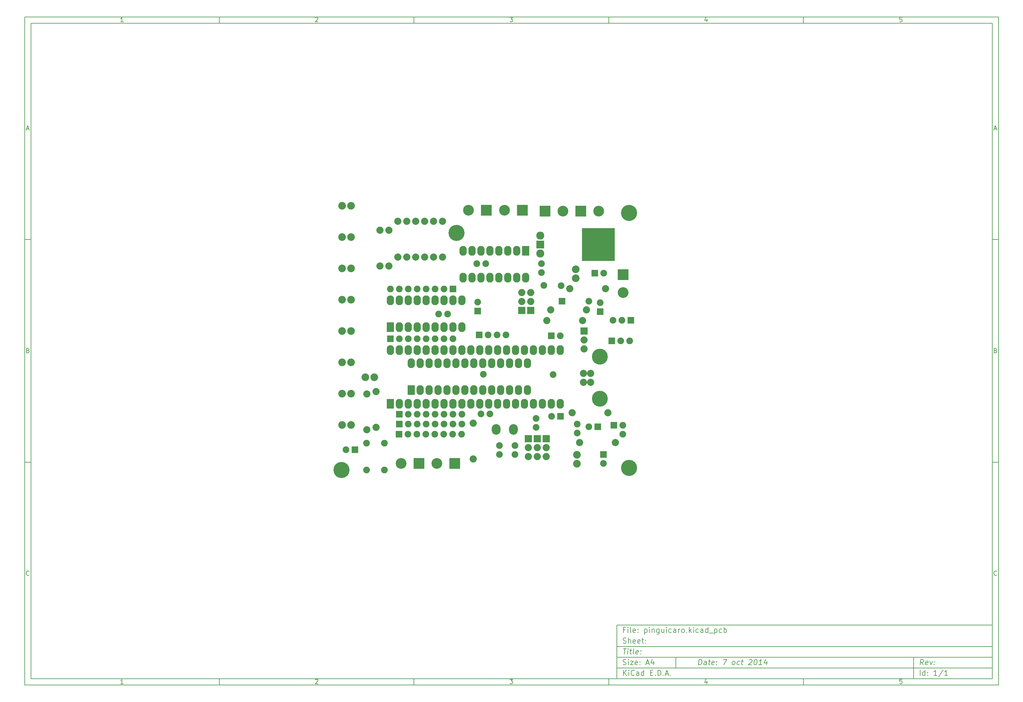
<source format=gts>
G04 (created by PCBNEW (2013-june-11)-stable) date mar 07 oct 2014 09:39:09 ART*
%MOIN*%
G04 Gerber Fmt 3.4, Leading zero omitted, Abs format*
%FSLAX34Y34*%
G01*
G70*
G90*
G04 APERTURE LIST*
%ADD10C,0.00590551*%
%ADD11C,0.08*%
%ADD12C,0.1775*%
%ADD13C,0.075*%
%ADD14R,0.075X0.075*%
%ADD15R,0.08X0.08*%
%ADD16R,0.37X0.37*%
%ADD17C,0.09*%
%ADD18R,0.09X0.09*%
%ADD19C,0.086*%
%ADD20R,0.082X0.11*%
%ADD21O,0.082X0.11*%
%ADD22O,0.0987X0.1184*%
%ADD23R,0.12X0.12*%
%ADD24C,0.12*%
%ADD25C,0.18*%
%ADD26C,0.0751*%
G04 APERTURE END LIST*
G54D10*
X4000Y-4000D02*
X112930Y-4000D01*
X112930Y-78680D01*
X4000Y-78680D01*
X4000Y-4000D01*
X4700Y-4700D02*
X112230Y-4700D01*
X112230Y-77980D01*
X4700Y-77980D01*
X4700Y-4700D01*
X25780Y-4000D02*
X25780Y-4700D01*
X15032Y-4552D02*
X14747Y-4552D01*
X14890Y-4552D02*
X14890Y-4052D01*
X14842Y-4123D01*
X14794Y-4171D01*
X14747Y-4195D01*
X25780Y-78680D02*
X25780Y-77980D01*
X15032Y-78532D02*
X14747Y-78532D01*
X14890Y-78532D02*
X14890Y-78032D01*
X14842Y-78103D01*
X14794Y-78151D01*
X14747Y-78175D01*
X47560Y-4000D02*
X47560Y-4700D01*
X36527Y-4100D02*
X36550Y-4076D01*
X36598Y-4052D01*
X36717Y-4052D01*
X36765Y-4076D01*
X36789Y-4100D01*
X36812Y-4147D01*
X36812Y-4195D01*
X36789Y-4266D01*
X36503Y-4552D01*
X36812Y-4552D01*
X47560Y-78680D02*
X47560Y-77980D01*
X36527Y-78080D02*
X36550Y-78056D01*
X36598Y-78032D01*
X36717Y-78032D01*
X36765Y-78056D01*
X36789Y-78080D01*
X36812Y-78127D01*
X36812Y-78175D01*
X36789Y-78246D01*
X36503Y-78532D01*
X36812Y-78532D01*
X69340Y-4000D02*
X69340Y-4700D01*
X58283Y-4052D02*
X58592Y-4052D01*
X58426Y-4242D01*
X58497Y-4242D01*
X58545Y-4266D01*
X58569Y-4290D01*
X58592Y-4338D01*
X58592Y-4457D01*
X58569Y-4504D01*
X58545Y-4528D01*
X58497Y-4552D01*
X58354Y-4552D01*
X58307Y-4528D01*
X58283Y-4504D01*
X69340Y-78680D02*
X69340Y-77980D01*
X58283Y-78032D02*
X58592Y-78032D01*
X58426Y-78222D01*
X58497Y-78222D01*
X58545Y-78246D01*
X58569Y-78270D01*
X58592Y-78318D01*
X58592Y-78437D01*
X58569Y-78484D01*
X58545Y-78508D01*
X58497Y-78532D01*
X58354Y-78532D01*
X58307Y-78508D01*
X58283Y-78484D01*
X91120Y-4000D02*
X91120Y-4700D01*
X80325Y-4219D02*
X80325Y-4552D01*
X80206Y-4028D02*
X80087Y-4385D01*
X80396Y-4385D01*
X91120Y-78680D02*
X91120Y-77980D01*
X80325Y-78199D02*
X80325Y-78532D01*
X80206Y-78008D02*
X80087Y-78365D01*
X80396Y-78365D01*
X102129Y-4052D02*
X101890Y-4052D01*
X101867Y-4290D01*
X101890Y-4266D01*
X101938Y-4242D01*
X102057Y-4242D01*
X102105Y-4266D01*
X102129Y-4290D01*
X102152Y-4338D01*
X102152Y-4457D01*
X102129Y-4504D01*
X102105Y-4528D01*
X102057Y-4552D01*
X101938Y-4552D01*
X101890Y-4528D01*
X101867Y-4504D01*
X102129Y-78032D02*
X101890Y-78032D01*
X101867Y-78270D01*
X101890Y-78246D01*
X101938Y-78222D01*
X102057Y-78222D01*
X102105Y-78246D01*
X102129Y-78270D01*
X102152Y-78318D01*
X102152Y-78437D01*
X102129Y-78484D01*
X102105Y-78508D01*
X102057Y-78532D01*
X101938Y-78532D01*
X101890Y-78508D01*
X101867Y-78484D01*
X4000Y-28890D02*
X4700Y-28890D01*
X4230Y-16509D02*
X4469Y-16509D01*
X4183Y-16652D02*
X4350Y-16152D01*
X4516Y-16652D01*
X112930Y-28890D02*
X112230Y-28890D01*
X112460Y-16509D02*
X112699Y-16509D01*
X112413Y-16652D02*
X112580Y-16152D01*
X112746Y-16652D01*
X4000Y-53780D02*
X4700Y-53780D01*
X4385Y-41280D02*
X4457Y-41304D01*
X4480Y-41328D01*
X4504Y-41375D01*
X4504Y-41447D01*
X4480Y-41494D01*
X4457Y-41518D01*
X4409Y-41542D01*
X4219Y-41542D01*
X4219Y-41042D01*
X4385Y-41042D01*
X4433Y-41066D01*
X4457Y-41090D01*
X4480Y-41137D01*
X4480Y-41185D01*
X4457Y-41232D01*
X4433Y-41256D01*
X4385Y-41280D01*
X4219Y-41280D01*
X112930Y-53780D02*
X112230Y-53780D01*
X112615Y-41280D02*
X112687Y-41304D01*
X112710Y-41328D01*
X112734Y-41375D01*
X112734Y-41447D01*
X112710Y-41494D01*
X112687Y-41518D01*
X112639Y-41542D01*
X112449Y-41542D01*
X112449Y-41042D01*
X112615Y-41042D01*
X112663Y-41066D01*
X112687Y-41090D01*
X112710Y-41137D01*
X112710Y-41185D01*
X112687Y-41232D01*
X112663Y-41256D01*
X112615Y-41280D01*
X112449Y-41280D01*
X4504Y-66384D02*
X4480Y-66408D01*
X4409Y-66432D01*
X4361Y-66432D01*
X4290Y-66408D01*
X4242Y-66360D01*
X4219Y-66313D01*
X4195Y-66218D01*
X4195Y-66146D01*
X4219Y-66051D01*
X4242Y-66003D01*
X4290Y-65956D01*
X4361Y-65932D01*
X4409Y-65932D01*
X4480Y-65956D01*
X4504Y-65980D01*
X112734Y-66384D02*
X112710Y-66408D01*
X112639Y-66432D01*
X112591Y-66432D01*
X112520Y-66408D01*
X112472Y-66360D01*
X112449Y-66313D01*
X112425Y-66218D01*
X112425Y-66146D01*
X112449Y-66051D01*
X112472Y-66003D01*
X112520Y-65956D01*
X112591Y-65932D01*
X112639Y-65932D01*
X112710Y-65956D01*
X112734Y-65980D01*
X79380Y-76422D02*
X79455Y-75822D01*
X79597Y-75822D01*
X79680Y-75851D01*
X79730Y-75908D01*
X79751Y-75965D01*
X79765Y-76080D01*
X79755Y-76165D01*
X79712Y-76280D01*
X79676Y-76337D01*
X79612Y-76394D01*
X79522Y-76422D01*
X79380Y-76422D01*
X80237Y-76422D02*
X80276Y-76108D01*
X80255Y-76051D01*
X80201Y-76022D01*
X80087Y-76022D01*
X80026Y-76051D01*
X80240Y-76394D02*
X80180Y-76422D01*
X80037Y-76422D01*
X79983Y-76394D01*
X79962Y-76337D01*
X79969Y-76280D01*
X80005Y-76222D01*
X80065Y-76194D01*
X80208Y-76194D01*
X80269Y-76165D01*
X80487Y-76022D02*
X80715Y-76022D01*
X80597Y-75822D02*
X80533Y-76337D01*
X80555Y-76394D01*
X80608Y-76422D01*
X80665Y-76422D01*
X81097Y-76394D02*
X81037Y-76422D01*
X80922Y-76422D01*
X80869Y-76394D01*
X80847Y-76337D01*
X80876Y-76108D01*
X80912Y-76051D01*
X80972Y-76022D01*
X81087Y-76022D01*
X81140Y-76051D01*
X81162Y-76108D01*
X81155Y-76165D01*
X80862Y-76222D01*
X81387Y-76365D02*
X81412Y-76394D01*
X81380Y-76422D01*
X81355Y-76394D01*
X81387Y-76365D01*
X81380Y-76422D01*
X81426Y-76051D02*
X81451Y-76080D01*
X81419Y-76108D01*
X81394Y-76080D01*
X81426Y-76051D01*
X81419Y-76108D01*
X82140Y-75822D02*
X82540Y-75822D01*
X82208Y-76422D01*
X83237Y-76422D02*
X83183Y-76394D01*
X83158Y-76365D01*
X83137Y-76308D01*
X83158Y-76137D01*
X83194Y-76080D01*
X83226Y-76051D01*
X83287Y-76022D01*
X83372Y-76022D01*
X83426Y-76051D01*
X83451Y-76080D01*
X83472Y-76137D01*
X83451Y-76308D01*
X83415Y-76365D01*
X83383Y-76394D01*
X83322Y-76422D01*
X83237Y-76422D01*
X83955Y-76394D02*
X83894Y-76422D01*
X83780Y-76422D01*
X83726Y-76394D01*
X83701Y-76365D01*
X83680Y-76308D01*
X83701Y-76137D01*
X83737Y-76080D01*
X83769Y-76051D01*
X83830Y-76022D01*
X83944Y-76022D01*
X83997Y-76051D01*
X84172Y-76022D02*
X84401Y-76022D01*
X84283Y-75822D02*
X84219Y-76337D01*
X84240Y-76394D01*
X84294Y-76422D01*
X84351Y-76422D01*
X85047Y-75880D02*
X85080Y-75851D01*
X85140Y-75822D01*
X85283Y-75822D01*
X85337Y-75851D01*
X85362Y-75880D01*
X85383Y-75937D01*
X85376Y-75994D01*
X85337Y-76080D01*
X84951Y-76422D01*
X85322Y-76422D01*
X85769Y-75822D02*
X85826Y-75822D01*
X85880Y-75851D01*
X85905Y-75880D01*
X85926Y-75937D01*
X85940Y-76051D01*
X85922Y-76194D01*
X85880Y-76308D01*
X85844Y-76365D01*
X85812Y-76394D01*
X85751Y-76422D01*
X85694Y-76422D01*
X85640Y-76394D01*
X85615Y-76365D01*
X85594Y-76308D01*
X85580Y-76194D01*
X85597Y-76051D01*
X85640Y-75937D01*
X85676Y-75880D01*
X85708Y-75851D01*
X85769Y-75822D01*
X86465Y-76422D02*
X86122Y-76422D01*
X86294Y-76422D02*
X86369Y-75822D01*
X86301Y-75908D01*
X86237Y-75965D01*
X86176Y-75994D01*
X87030Y-76022D02*
X86980Y-76422D01*
X86915Y-75794D02*
X86719Y-76222D01*
X87090Y-76222D01*
X70972Y-77622D02*
X70972Y-77022D01*
X71315Y-77622D02*
X71058Y-77280D01*
X71315Y-77022D02*
X70972Y-77365D01*
X71572Y-77622D02*
X71572Y-77222D01*
X71572Y-77022D02*
X71544Y-77051D01*
X71572Y-77080D01*
X71601Y-77051D01*
X71572Y-77022D01*
X71572Y-77080D01*
X72201Y-77565D02*
X72172Y-77594D01*
X72087Y-77622D01*
X72030Y-77622D01*
X71944Y-77594D01*
X71887Y-77537D01*
X71858Y-77480D01*
X71830Y-77365D01*
X71830Y-77280D01*
X71858Y-77165D01*
X71887Y-77108D01*
X71944Y-77051D01*
X72030Y-77022D01*
X72087Y-77022D01*
X72172Y-77051D01*
X72201Y-77080D01*
X72715Y-77622D02*
X72715Y-77308D01*
X72687Y-77251D01*
X72630Y-77222D01*
X72515Y-77222D01*
X72458Y-77251D01*
X72715Y-77594D02*
X72658Y-77622D01*
X72515Y-77622D01*
X72458Y-77594D01*
X72430Y-77537D01*
X72430Y-77480D01*
X72458Y-77422D01*
X72515Y-77394D01*
X72658Y-77394D01*
X72715Y-77365D01*
X73258Y-77622D02*
X73258Y-77022D01*
X73258Y-77594D02*
X73201Y-77622D01*
X73087Y-77622D01*
X73030Y-77594D01*
X73001Y-77565D01*
X72972Y-77508D01*
X72972Y-77337D01*
X73001Y-77280D01*
X73030Y-77251D01*
X73087Y-77222D01*
X73201Y-77222D01*
X73258Y-77251D01*
X74001Y-77308D02*
X74201Y-77308D01*
X74287Y-77622D02*
X74001Y-77622D01*
X74001Y-77022D01*
X74287Y-77022D01*
X74544Y-77565D02*
X74572Y-77594D01*
X74544Y-77622D01*
X74515Y-77594D01*
X74544Y-77565D01*
X74544Y-77622D01*
X74829Y-77622D02*
X74829Y-77022D01*
X74972Y-77022D01*
X75058Y-77051D01*
X75115Y-77108D01*
X75144Y-77165D01*
X75172Y-77280D01*
X75172Y-77365D01*
X75144Y-77480D01*
X75115Y-77537D01*
X75058Y-77594D01*
X74972Y-77622D01*
X74829Y-77622D01*
X75429Y-77565D02*
X75458Y-77594D01*
X75429Y-77622D01*
X75401Y-77594D01*
X75429Y-77565D01*
X75429Y-77622D01*
X75687Y-77451D02*
X75972Y-77451D01*
X75629Y-77622D02*
X75829Y-77022D01*
X76029Y-77622D01*
X76229Y-77565D02*
X76258Y-77594D01*
X76229Y-77622D01*
X76201Y-77594D01*
X76229Y-77565D01*
X76229Y-77622D01*
X104522Y-76422D02*
X104358Y-76137D01*
X104180Y-76422D02*
X104255Y-75822D01*
X104483Y-75822D01*
X104537Y-75851D01*
X104562Y-75880D01*
X104583Y-75937D01*
X104572Y-76022D01*
X104537Y-76080D01*
X104505Y-76108D01*
X104444Y-76137D01*
X104215Y-76137D01*
X105012Y-76394D02*
X104951Y-76422D01*
X104837Y-76422D01*
X104783Y-76394D01*
X104762Y-76337D01*
X104790Y-76108D01*
X104826Y-76051D01*
X104887Y-76022D01*
X105001Y-76022D01*
X105055Y-76051D01*
X105076Y-76108D01*
X105069Y-76165D01*
X104776Y-76222D01*
X105287Y-76022D02*
X105380Y-76422D01*
X105572Y-76022D01*
X105758Y-76365D02*
X105783Y-76394D01*
X105751Y-76422D01*
X105726Y-76394D01*
X105758Y-76365D01*
X105751Y-76422D01*
X105797Y-76051D02*
X105822Y-76080D01*
X105790Y-76108D01*
X105765Y-76080D01*
X105797Y-76051D01*
X105790Y-76108D01*
X70944Y-76394D02*
X71030Y-76422D01*
X71172Y-76422D01*
X71230Y-76394D01*
X71258Y-76365D01*
X71287Y-76308D01*
X71287Y-76251D01*
X71258Y-76194D01*
X71230Y-76165D01*
X71172Y-76137D01*
X71058Y-76108D01*
X71001Y-76080D01*
X70972Y-76051D01*
X70944Y-75994D01*
X70944Y-75937D01*
X70972Y-75880D01*
X71001Y-75851D01*
X71058Y-75822D01*
X71201Y-75822D01*
X71287Y-75851D01*
X71544Y-76422D02*
X71544Y-76022D01*
X71544Y-75822D02*
X71515Y-75851D01*
X71544Y-75880D01*
X71572Y-75851D01*
X71544Y-75822D01*
X71544Y-75880D01*
X71772Y-76022D02*
X72087Y-76022D01*
X71772Y-76422D01*
X72087Y-76422D01*
X72544Y-76394D02*
X72487Y-76422D01*
X72372Y-76422D01*
X72315Y-76394D01*
X72287Y-76337D01*
X72287Y-76108D01*
X72315Y-76051D01*
X72372Y-76022D01*
X72487Y-76022D01*
X72544Y-76051D01*
X72572Y-76108D01*
X72572Y-76165D01*
X72287Y-76222D01*
X72830Y-76365D02*
X72858Y-76394D01*
X72830Y-76422D01*
X72801Y-76394D01*
X72830Y-76365D01*
X72830Y-76422D01*
X72830Y-76051D02*
X72858Y-76080D01*
X72830Y-76108D01*
X72801Y-76080D01*
X72830Y-76051D01*
X72830Y-76108D01*
X73544Y-76251D02*
X73830Y-76251D01*
X73487Y-76422D02*
X73687Y-75822D01*
X73887Y-76422D01*
X74344Y-76022D02*
X74344Y-76422D01*
X74201Y-75794D02*
X74058Y-76222D01*
X74430Y-76222D01*
X104172Y-77622D02*
X104172Y-77022D01*
X104715Y-77622D02*
X104715Y-77022D01*
X104715Y-77594D02*
X104658Y-77622D01*
X104544Y-77622D01*
X104487Y-77594D01*
X104458Y-77565D01*
X104430Y-77508D01*
X104430Y-77337D01*
X104458Y-77280D01*
X104487Y-77251D01*
X104544Y-77222D01*
X104658Y-77222D01*
X104715Y-77251D01*
X105001Y-77565D02*
X105030Y-77594D01*
X105001Y-77622D01*
X104972Y-77594D01*
X105001Y-77565D01*
X105001Y-77622D01*
X105001Y-77251D02*
X105030Y-77280D01*
X105001Y-77308D01*
X104972Y-77280D01*
X105001Y-77251D01*
X105001Y-77308D01*
X106058Y-77622D02*
X105715Y-77622D01*
X105887Y-77622D02*
X105887Y-77022D01*
X105829Y-77108D01*
X105772Y-77165D01*
X105715Y-77194D01*
X106744Y-76994D02*
X106230Y-77765D01*
X107258Y-77622D02*
X106915Y-77622D01*
X107087Y-77622D02*
X107087Y-77022D01*
X107029Y-77108D01*
X106972Y-77165D01*
X106915Y-77194D01*
X70969Y-74622D02*
X71312Y-74622D01*
X71065Y-75222D02*
X71140Y-74622D01*
X71437Y-75222D02*
X71487Y-74822D01*
X71512Y-74622D02*
X71480Y-74651D01*
X71505Y-74680D01*
X71537Y-74651D01*
X71512Y-74622D01*
X71505Y-74680D01*
X71687Y-74822D02*
X71915Y-74822D01*
X71797Y-74622D02*
X71733Y-75137D01*
X71755Y-75194D01*
X71808Y-75222D01*
X71865Y-75222D01*
X72151Y-75222D02*
X72097Y-75194D01*
X72076Y-75137D01*
X72140Y-74622D01*
X72612Y-75194D02*
X72551Y-75222D01*
X72437Y-75222D01*
X72383Y-75194D01*
X72362Y-75137D01*
X72390Y-74908D01*
X72426Y-74851D01*
X72487Y-74822D01*
X72601Y-74822D01*
X72655Y-74851D01*
X72676Y-74908D01*
X72669Y-74965D01*
X72376Y-75022D01*
X72901Y-75165D02*
X72926Y-75194D01*
X72894Y-75222D01*
X72869Y-75194D01*
X72901Y-75165D01*
X72894Y-75222D01*
X72940Y-74851D02*
X72965Y-74880D01*
X72933Y-74908D01*
X72908Y-74880D01*
X72940Y-74851D01*
X72933Y-74908D01*
X71172Y-72508D02*
X70972Y-72508D01*
X70972Y-72822D02*
X70972Y-72222D01*
X71258Y-72222D01*
X71487Y-72822D02*
X71487Y-72422D01*
X71487Y-72222D02*
X71458Y-72251D01*
X71487Y-72280D01*
X71515Y-72251D01*
X71487Y-72222D01*
X71487Y-72280D01*
X71858Y-72822D02*
X71801Y-72794D01*
X71772Y-72737D01*
X71772Y-72222D01*
X72315Y-72794D02*
X72258Y-72822D01*
X72144Y-72822D01*
X72087Y-72794D01*
X72058Y-72737D01*
X72058Y-72508D01*
X72087Y-72451D01*
X72144Y-72422D01*
X72258Y-72422D01*
X72315Y-72451D01*
X72344Y-72508D01*
X72344Y-72565D01*
X72058Y-72622D01*
X72601Y-72765D02*
X72630Y-72794D01*
X72601Y-72822D01*
X72572Y-72794D01*
X72601Y-72765D01*
X72601Y-72822D01*
X72601Y-72451D02*
X72630Y-72480D01*
X72601Y-72508D01*
X72572Y-72480D01*
X72601Y-72451D01*
X72601Y-72508D01*
X73344Y-72422D02*
X73344Y-73022D01*
X73344Y-72451D02*
X73401Y-72422D01*
X73515Y-72422D01*
X73572Y-72451D01*
X73601Y-72480D01*
X73630Y-72537D01*
X73630Y-72708D01*
X73601Y-72765D01*
X73572Y-72794D01*
X73515Y-72822D01*
X73401Y-72822D01*
X73344Y-72794D01*
X73887Y-72822D02*
X73887Y-72422D01*
X73887Y-72222D02*
X73858Y-72251D01*
X73887Y-72280D01*
X73915Y-72251D01*
X73887Y-72222D01*
X73887Y-72280D01*
X74172Y-72422D02*
X74172Y-72822D01*
X74172Y-72480D02*
X74201Y-72451D01*
X74258Y-72422D01*
X74344Y-72422D01*
X74401Y-72451D01*
X74430Y-72508D01*
X74430Y-72822D01*
X74972Y-72422D02*
X74972Y-72908D01*
X74944Y-72965D01*
X74915Y-72994D01*
X74858Y-73022D01*
X74772Y-73022D01*
X74715Y-72994D01*
X74972Y-72794D02*
X74915Y-72822D01*
X74801Y-72822D01*
X74744Y-72794D01*
X74715Y-72765D01*
X74687Y-72708D01*
X74687Y-72537D01*
X74715Y-72480D01*
X74744Y-72451D01*
X74801Y-72422D01*
X74915Y-72422D01*
X74972Y-72451D01*
X75515Y-72422D02*
X75515Y-72822D01*
X75258Y-72422D02*
X75258Y-72737D01*
X75287Y-72794D01*
X75344Y-72822D01*
X75430Y-72822D01*
X75487Y-72794D01*
X75515Y-72765D01*
X75801Y-72822D02*
X75801Y-72422D01*
X75801Y-72222D02*
X75772Y-72251D01*
X75801Y-72280D01*
X75830Y-72251D01*
X75801Y-72222D01*
X75801Y-72280D01*
X76344Y-72794D02*
X76287Y-72822D01*
X76172Y-72822D01*
X76115Y-72794D01*
X76087Y-72765D01*
X76058Y-72708D01*
X76058Y-72537D01*
X76087Y-72480D01*
X76115Y-72451D01*
X76172Y-72422D01*
X76287Y-72422D01*
X76344Y-72451D01*
X76858Y-72822D02*
X76858Y-72508D01*
X76830Y-72451D01*
X76772Y-72422D01*
X76658Y-72422D01*
X76601Y-72451D01*
X76858Y-72794D02*
X76801Y-72822D01*
X76658Y-72822D01*
X76601Y-72794D01*
X76572Y-72737D01*
X76572Y-72680D01*
X76601Y-72622D01*
X76658Y-72594D01*
X76801Y-72594D01*
X76858Y-72565D01*
X77144Y-72822D02*
X77144Y-72422D01*
X77144Y-72537D02*
X77172Y-72480D01*
X77201Y-72451D01*
X77258Y-72422D01*
X77315Y-72422D01*
X77601Y-72822D02*
X77544Y-72794D01*
X77515Y-72765D01*
X77487Y-72708D01*
X77487Y-72537D01*
X77515Y-72480D01*
X77544Y-72451D01*
X77601Y-72422D01*
X77687Y-72422D01*
X77744Y-72451D01*
X77772Y-72480D01*
X77801Y-72537D01*
X77801Y-72708D01*
X77772Y-72765D01*
X77744Y-72794D01*
X77687Y-72822D01*
X77601Y-72822D01*
X78058Y-72765D02*
X78087Y-72794D01*
X78058Y-72822D01*
X78030Y-72794D01*
X78058Y-72765D01*
X78058Y-72822D01*
X78344Y-72822D02*
X78344Y-72222D01*
X78401Y-72594D02*
X78572Y-72822D01*
X78572Y-72422D02*
X78344Y-72651D01*
X78829Y-72822D02*
X78829Y-72422D01*
X78829Y-72222D02*
X78801Y-72251D01*
X78829Y-72280D01*
X78858Y-72251D01*
X78829Y-72222D01*
X78829Y-72280D01*
X79372Y-72794D02*
X79315Y-72822D01*
X79201Y-72822D01*
X79144Y-72794D01*
X79115Y-72765D01*
X79087Y-72708D01*
X79087Y-72537D01*
X79115Y-72480D01*
X79144Y-72451D01*
X79201Y-72422D01*
X79315Y-72422D01*
X79372Y-72451D01*
X79887Y-72822D02*
X79887Y-72508D01*
X79858Y-72451D01*
X79801Y-72422D01*
X79687Y-72422D01*
X79629Y-72451D01*
X79887Y-72794D02*
X79829Y-72822D01*
X79687Y-72822D01*
X79629Y-72794D01*
X79601Y-72737D01*
X79601Y-72680D01*
X79629Y-72622D01*
X79687Y-72594D01*
X79829Y-72594D01*
X79887Y-72565D01*
X80429Y-72822D02*
X80429Y-72222D01*
X80429Y-72794D02*
X80372Y-72822D01*
X80258Y-72822D01*
X80201Y-72794D01*
X80172Y-72765D01*
X80144Y-72708D01*
X80144Y-72537D01*
X80172Y-72480D01*
X80201Y-72451D01*
X80258Y-72422D01*
X80372Y-72422D01*
X80429Y-72451D01*
X80572Y-72880D02*
X81029Y-72880D01*
X81172Y-72422D02*
X81172Y-73022D01*
X81172Y-72451D02*
X81229Y-72422D01*
X81344Y-72422D01*
X81401Y-72451D01*
X81429Y-72480D01*
X81458Y-72537D01*
X81458Y-72708D01*
X81429Y-72765D01*
X81401Y-72794D01*
X81344Y-72822D01*
X81229Y-72822D01*
X81172Y-72794D01*
X81972Y-72794D02*
X81915Y-72822D01*
X81801Y-72822D01*
X81744Y-72794D01*
X81715Y-72765D01*
X81687Y-72708D01*
X81687Y-72537D01*
X81715Y-72480D01*
X81744Y-72451D01*
X81801Y-72422D01*
X81915Y-72422D01*
X81972Y-72451D01*
X82229Y-72822D02*
X82229Y-72222D01*
X82229Y-72451D02*
X82287Y-72422D01*
X82401Y-72422D01*
X82458Y-72451D01*
X82487Y-72480D01*
X82515Y-72537D01*
X82515Y-72708D01*
X82487Y-72765D01*
X82458Y-72794D01*
X82401Y-72822D01*
X82287Y-72822D01*
X82229Y-72794D01*
X70944Y-73994D02*
X71030Y-74022D01*
X71172Y-74022D01*
X71230Y-73994D01*
X71258Y-73965D01*
X71287Y-73908D01*
X71287Y-73851D01*
X71258Y-73794D01*
X71230Y-73765D01*
X71172Y-73737D01*
X71058Y-73708D01*
X71001Y-73680D01*
X70972Y-73651D01*
X70944Y-73594D01*
X70944Y-73537D01*
X70972Y-73480D01*
X71001Y-73451D01*
X71058Y-73422D01*
X71201Y-73422D01*
X71287Y-73451D01*
X71544Y-74022D02*
X71544Y-73422D01*
X71801Y-74022D02*
X71801Y-73708D01*
X71772Y-73651D01*
X71715Y-73622D01*
X71630Y-73622D01*
X71572Y-73651D01*
X71544Y-73680D01*
X72315Y-73994D02*
X72258Y-74022D01*
X72144Y-74022D01*
X72087Y-73994D01*
X72058Y-73937D01*
X72058Y-73708D01*
X72087Y-73651D01*
X72144Y-73622D01*
X72258Y-73622D01*
X72315Y-73651D01*
X72344Y-73708D01*
X72344Y-73765D01*
X72058Y-73822D01*
X72830Y-73994D02*
X72772Y-74022D01*
X72658Y-74022D01*
X72601Y-73994D01*
X72572Y-73937D01*
X72572Y-73708D01*
X72601Y-73651D01*
X72658Y-73622D01*
X72772Y-73622D01*
X72830Y-73651D01*
X72858Y-73708D01*
X72858Y-73765D01*
X72572Y-73822D01*
X73030Y-73622D02*
X73258Y-73622D01*
X73115Y-73422D02*
X73115Y-73937D01*
X73144Y-73994D01*
X73201Y-74022D01*
X73258Y-74022D01*
X73458Y-73965D02*
X73487Y-73994D01*
X73458Y-74022D01*
X73430Y-73994D01*
X73458Y-73965D01*
X73458Y-74022D01*
X73458Y-73651D02*
X73487Y-73680D01*
X73458Y-73708D01*
X73430Y-73680D01*
X73458Y-73651D01*
X73458Y-73708D01*
X70230Y-71980D02*
X70230Y-77980D01*
X70230Y-71980D02*
X112230Y-71980D01*
X70230Y-71980D02*
X112230Y-71980D01*
X70230Y-74380D02*
X112230Y-74380D01*
X103430Y-75580D02*
X103430Y-77980D01*
X70230Y-76780D02*
X112230Y-76780D01*
X70230Y-75580D02*
X112230Y-75580D01*
X76830Y-75580D02*
X76830Y-76780D01*
G54D11*
X66510Y-43830D03*
X66510Y-44830D03*
X67297Y-44830D03*
X67297Y-43830D03*
G54D12*
X68360Y-41968D03*
X68360Y-46692D03*
G54D13*
X42250Y-51640D03*
X44250Y-51640D03*
X42250Y-54640D03*
X44250Y-54640D03*
G54D14*
X51900Y-34400D03*
G54D13*
X50900Y-34400D03*
X49900Y-34400D03*
X48900Y-34400D03*
X47900Y-34400D03*
X46900Y-34400D03*
X45900Y-34400D03*
X44900Y-34400D03*
G54D14*
X45900Y-49520D03*
G54D13*
X46900Y-49520D03*
X47900Y-49520D03*
X48900Y-49520D03*
X49900Y-49520D03*
X50900Y-49520D03*
X51900Y-49520D03*
X52900Y-49520D03*
G54D14*
X45870Y-50636D03*
G54D13*
X46870Y-50636D03*
X47870Y-50636D03*
X48870Y-50636D03*
X49870Y-50636D03*
X50870Y-50636D03*
X51870Y-50636D03*
X52870Y-50636D03*
G54D14*
X45900Y-48400D03*
G54D13*
X46900Y-48400D03*
X47900Y-48400D03*
X48900Y-48400D03*
X49900Y-48400D03*
X50900Y-48400D03*
X51900Y-48400D03*
X52900Y-48400D03*
G54D14*
X44906Y-39984D03*
G54D13*
X45906Y-39984D03*
X46906Y-39984D03*
X47906Y-39984D03*
X48906Y-39984D03*
X49906Y-39984D03*
X50906Y-39984D03*
X51906Y-39984D03*
G54D11*
X54195Y-53415D03*
X54195Y-49415D03*
X62400Y-37930D03*
X66400Y-37930D03*
X62850Y-36745D03*
X66850Y-36745D03*
X65260Y-48240D03*
X69260Y-48240D03*
X42290Y-50158D03*
X42290Y-46158D03*
X43750Y-31850D03*
X43750Y-27850D03*
X44750Y-31850D03*
X44750Y-27850D03*
X45750Y-30850D03*
X45750Y-26850D03*
X46750Y-30850D03*
X46750Y-26850D03*
X47750Y-30850D03*
X47750Y-26850D03*
X48750Y-30850D03*
X48750Y-26850D03*
X49750Y-30850D03*
X49750Y-26850D03*
X50750Y-30850D03*
X50750Y-26850D03*
X64980Y-34380D03*
X68980Y-34380D03*
X43324Y-49894D03*
X43324Y-45894D03*
G54D15*
X60600Y-36800D03*
G54D11*
X60600Y-35800D03*
X60600Y-34800D03*
G54D15*
X59600Y-36800D03*
G54D11*
X59600Y-35800D03*
X59600Y-34800D03*
G54D15*
X62350Y-51150D03*
G54D11*
X62350Y-52150D03*
X62350Y-53150D03*
G54D15*
X61350Y-51150D03*
G54D11*
X61350Y-52150D03*
X61350Y-53150D03*
G54D15*
X60350Y-51150D03*
G54D11*
X60350Y-52150D03*
X60350Y-53150D03*
G54D15*
X66578Y-39128D03*
G54D11*
X66578Y-40128D03*
X66578Y-41128D03*
G54D16*
X68195Y-29460D03*
G54D17*
X61695Y-28460D03*
G54D18*
X61695Y-29460D03*
G54D17*
X61695Y-30460D03*
G54D19*
X42100Y-44270D03*
X43100Y-44270D03*
X39500Y-46100D03*
X40500Y-46100D03*
X39500Y-42600D03*
X40500Y-42600D03*
X39500Y-39100D03*
X40500Y-39100D03*
X39500Y-35600D03*
X40500Y-35600D03*
X39500Y-32100D03*
X40500Y-32100D03*
X39500Y-28600D03*
X40500Y-28600D03*
X39500Y-25100D03*
X40500Y-25100D03*
X65630Y-32210D03*
X65630Y-33210D03*
X39500Y-49600D03*
X40500Y-49600D03*
G54D20*
X44896Y-47230D03*
G54D21*
X45896Y-47230D03*
X46896Y-47230D03*
X47896Y-47230D03*
X48896Y-47230D03*
X49896Y-47230D03*
X50896Y-47230D03*
X51896Y-47230D03*
X52896Y-47230D03*
X53896Y-47230D03*
X54896Y-47230D03*
X55896Y-47230D03*
X56896Y-47230D03*
X57896Y-47230D03*
X58896Y-47230D03*
X59896Y-47230D03*
X60896Y-47230D03*
X61896Y-47230D03*
X62896Y-47230D03*
X63896Y-47230D03*
X63896Y-41230D03*
X62896Y-41230D03*
X61896Y-41230D03*
X60896Y-41230D03*
X59896Y-41230D03*
X58896Y-41230D03*
X57896Y-41230D03*
X56896Y-41230D03*
X55896Y-41230D03*
X54896Y-41230D03*
X53896Y-41230D03*
X52896Y-41230D03*
X51896Y-41230D03*
X50896Y-41230D03*
X49896Y-41230D03*
X48896Y-41230D03*
X47896Y-41230D03*
X46896Y-41230D03*
X45896Y-41230D03*
X44896Y-41230D03*
X48252Y-45698D03*
X49252Y-45698D03*
X50252Y-45698D03*
X51252Y-45698D03*
X52252Y-45698D03*
X53252Y-45698D03*
X54252Y-45698D03*
X55252Y-45698D03*
X56252Y-45698D03*
X57252Y-45698D03*
X58252Y-45698D03*
X59252Y-45698D03*
X60252Y-45698D03*
G54D20*
X47252Y-45698D03*
G54D21*
X60252Y-42698D03*
X59252Y-42698D03*
X58252Y-42698D03*
X57252Y-42698D03*
X56252Y-42698D03*
X55252Y-42698D03*
X54252Y-42698D03*
X53252Y-42698D03*
X52252Y-42698D03*
X51252Y-42698D03*
X50252Y-42698D03*
X49252Y-42698D03*
X48252Y-42698D03*
X47252Y-42698D03*
G54D20*
X44910Y-38670D03*
G54D21*
X45910Y-38670D03*
X46910Y-38670D03*
X47910Y-38670D03*
X48910Y-38670D03*
X49910Y-38670D03*
X50910Y-38670D03*
X51910Y-38670D03*
X52910Y-38670D03*
X52910Y-35670D03*
X51910Y-35670D03*
X50910Y-35670D03*
X49910Y-35670D03*
X48910Y-35670D03*
X47910Y-35670D03*
X46910Y-35670D03*
X45910Y-35670D03*
X44910Y-35670D03*
G54D20*
X60040Y-30140D03*
G54D21*
X59040Y-30140D03*
X58040Y-30140D03*
X57040Y-30140D03*
X56040Y-30140D03*
X55040Y-30140D03*
X54040Y-30140D03*
X53040Y-30140D03*
X53040Y-33140D03*
X54040Y-33140D03*
X55040Y-33140D03*
X56040Y-33140D03*
X57040Y-33140D03*
X58040Y-33140D03*
X59040Y-33140D03*
X60040Y-33140D03*
G54D14*
X64100Y-35770D03*
G54D13*
X67100Y-35770D03*
G54D22*
X56749Y-50110D03*
X58671Y-50110D03*
G54D14*
X40950Y-52370D03*
G54D13*
X39950Y-52370D03*
G54D14*
X68375Y-36945D03*
G54D13*
X68375Y-35945D03*
X58850Y-51900D03*
X58850Y-52900D03*
X57100Y-51900D03*
X57100Y-52900D03*
X61210Y-48880D03*
X61210Y-49880D03*
G54D23*
X62200Y-25700D03*
G54D24*
X64200Y-25700D03*
G54D23*
X66200Y-25700D03*
G54D24*
X68200Y-25700D03*
G54D23*
X52100Y-53900D03*
G54D24*
X50100Y-53900D03*
G54D23*
X48100Y-53900D03*
G54D24*
X46100Y-53900D03*
G54D23*
X70960Y-32810D03*
G54D24*
X70960Y-34810D03*
G54D23*
X59670Y-25600D03*
G54D24*
X57670Y-25600D03*
G54D23*
X55655Y-25595D03*
G54D24*
X53655Y-25595D03*
G54D14*
X63930Y-48660D03*
G54D13*
X62930Y-48660D03*
G54D14*
X62920Y-39660D03*
G54D13*
X63920Y-39660D03*
G54D14*
X54860Y-39560D03*
G54D13*
X55860Y-39560D03*
X56860Y-39560D03*
X57860Y-39560D03*
G54D14*
X69670Y-40210D03*
G54D13*
X70670Y-40210D03*
X71670Y-40210D03*
G54D14*
X71800Y-37900D03*
G54D13*
X70800Y-37900D03*
X69800Y-37900D03*
G54D14*
X54676Y-36888D03*
G54D13*
X54676Y-35888D03*
G54D11*
X66090Y-51580D03*
X70090Y-51580D03*
G54D14*
X69915Y-49655D03*
G54D13*
X70915Y-49655D03*
X70915Y-50655D03*
G54D19*
X65780Y-52945D03*
X65780Y-53945D03*
G54D14*
X67770Y-32650D03*
G54D13*
X68770Y-32650D03*
G54D14*
X68100Y-49800D03*
G54D13*
X67100Y-49800D03*
G54D14*
X68735Y-52915D03*
G54D13*
X68735Y-53915D03*
X61800Y-31590D03*
X61800Y-32590D03*
X65800Y-50500D03*
X65800Y-49500D03*
X55040Y-48390D03*
X56040Y-48390D03*
X55570Y-31570D03*
X54570Y-31570D03*
X51300Y-37200D03*
X50300Y-37200D03*
G54D25*
X71600Y-54400D03*
X71600Y-25900D03*
X52300Y-28150D03*
X39450Y-54650D03*
G54D26*
X55310Y-43960D03*
X63100Y-43980D03*
X62090Y-34012D03*
X64004Y-34034D03*
M02*

</source>
